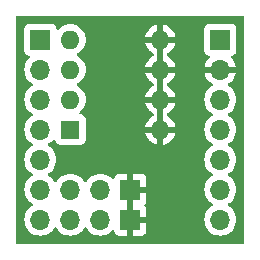
<source format=gbr>
%TF.GenerationSoftware,KiCad,Pcbnew,8.0.4*%
%TF.CreationDate,2024-07-26T21:26:35+02:00*%
%TF.ProjectId,rx_pcb,72785f70-6362-42e6-9b69-6361645f7063,rev?*%
%TF.SameCoordinates,Original*%
%TF.FileFunction,Copper,L2,Bot*%
%TF.FilePolarity,Positive*%
%FSLAX46Y46*%
G04 Gerber Fmt 4.6, Leading zero omitted, Abs format (unit mm)*
G04 Created by KiCad (PCBNEW 8.0.4) date 2024-07-26 21:26:35*
%MOMM*%
%LPD*%
G01*
G04 APERTURE LIST*
%TA.AperFunction,ComponentPad*%
%ADD10R,1.600000X1.600000*%
%TD*%
%TA.AperFunction,ComponentPad*%
%ADD11O,1.600000X1.600000*%
%TD*%
%TA.AperFunction,ComponentPad*%
%ADD12R,1.700000X1.700000*%
%TD*%
%TA.AperFunction,ComponentPad*%
%ADD13O,1.700000X1.700000*%
%TD*%
G04 APERTURE END LIST*
D10*
%TO.P,SW1,1*%
%TO.N,Net-(J1-Pin_4)*%
X121920000Y-83820000D03*
D11*
%TO.P,SW1,2*%
%TO.N,Net-(J1-Pin_3)*%
X121920000Y-81280000D03*
%TO.P,SW1,3*%
%TO.N,Net-(J1-Pin_2)*%
X121920000Y-78740000D03*
%TO.P,SW1,4*%
%TO.N,Net-(J1-Pin_1)*%
X121920000Y-76200000D03*
%TO.P,SW1,5*%
%TO.N,GND*%
X129540000Y-76200000D03*
%TO.P,SW1,6*%
X129540000Y-78740000D03*
%TO.P,SW1,7*%
X129540000Y-81280000D03*
%TO.P,SW1,8*%
X129540000Y-83820000D03*
%TD*%
D12*
%TO.P,J4,1,Pin_1*%
%TO.N,GND*%
X127000000Y-88900000D03*
D13*
%TO.P,J4,2,Pin_2*%
%TO.N,+5V*%
X124460000Y-88900000D03*
%TO.P,J4,3,Pin_3*%
%TO.N,Net-(J1-Pin_6)*%
X121920000Y-88900000D03*
%TD*%
D12*
%TO.P,J3,1,Pin_1*%
%TO.N,GND*%
X127000000Y-91440000D03*
D13*
%TO.P,J3,2,Pin_2*%
%TO.N,+5V*%
X124460000Y-91440000D03*
%TO.P,J3,3,Pin_3*%
%TO.N,Net-(J1-Pin_7)*%
X121920000Y-91440000D03*
%TD*%
D12*
%TO.P,J2,1,Pin_1*%
%TO.N,+5V*%
X134620000Y-76200000D03*
D13*
%TO.P,J2,2,Pin_2*%
%TO.N,GND*%
X134620000Y-78740000D03*
%TO.P,J2,3,Pin_3*%
%TO.N,unconnected-(J2-Pin_3-Pad3)*%
X134620000Y-81280000D03*
%TO.P,J2,4,Pin_4*%
%TO.N,unconnected-(J2-Pin_4-Pad4)*%
X134620000Y-83820000D03*
%TO.P,J2,5,Pin_5*%
%TO.N,unconnected-(J2-Pin_5-Pad5)*%
X134620000Y-86360000D03*
%TO.P,J2,6,Pin_6*%
%TO.N,unconnected-(J2-Pin_6-Pad6)*%
X134620000Y-88900000D03*
%TO.P,J2,7,Pin_7*%
%TO.N,unconnected-(J2-Pin_7-Pad7)*%
X134620000Y-91440000D03*
%TD*%
D12*
%TO.P,J1,1,Pin_1*%
%TO.N,Net-(J1-Pin_1)*%
X119380000Y-76200000D03*
D13*
%TO.P,J1,2,Pin_2*%
%TO.N,Net-(J1-Pin_2)*%
X119380000Y-78740000D03*
%TO.P,J1,3,Pin_3*%
%TO.N,Net-(J1-Pin_3)*%
X119380000Y-81280000D03*
%TO.P,J1,4,Pin_4*%
%TO.N,Net-(J1-Pin_4)*%
X119380000Y-83820000D03*
%TO.P,J1,5,Pin_5*%
%TO.N,unconnected-(J1-Pin_5-Pad5)*%
X119380000Y-86360000D03*
%TO.P,J1,6,Pin_6*%
%TO.N,Net-(J1-Pin_6)*%
X119380000Y-88900000D03*
%TO.P,J1,7,Pin_7*%
%TO.N,Net-(J1-Pin_7)*%
X119380000Y-91440000D03*
%TD*%
%TA.AperFunction,Conductor*%
%TO.N,GND*%
G36*
X127250000Y-91006988D02*
G01*
X127192993Y-90974075D01*
X127065826Y-90940000D01*
X126934174Y-90940000D01*
X126807007Y-90974075D01*
X126750000Y-91006988D01*
X126750000Y-89333012D01*
X126807007Y-89365925D01*
X126934174Y-89400000D01*
X127065826Y-89400000D01*
X127192993Y-89365925D01*
X127250000Y-89333012D01*
X127250000Y-91006988D01*
G37*
%TD.AperFunction*%
%TA.AperFunction,Conductor*%
G36*
X129790000Y-83504314D02*
G01*
X129785606Y-83499920D01*
X129694394Y-83447259D01*
X129592661Y-83420000D01*
X129487339Y-83420000D01*
X129385606Y-83447259D01*
X129294394Y-83499920D01*
X129290000Y-83504314D01*
X129290000Y-81595686D01*
X129294394Y-81600080D01*
X129385606Y-81652741D01*
X129487339Y-81680000D01*
X129592661Y-81680000D01*
X129694394Y-81652741D01*
X129785606Y-81600080D01*
X129790000Y-81595686D01*
X129790000Y-83504314D01*
G37*
%TD.AperFunction*%
%TA.AperFunction,Conductor*%
G36*
X129790000Y-80964314D02*
G01*
X129785606Y-80959920D01*
X129694394Y-80907259D01*
X129592661Y-80880000D01*
X129487339Y-80880000D01*
X129385606Y-80907259D01*
X129294394Y-80959920D01*
X129290000Y-80964314D01*
X129290000Y-79055686D01*
X129294394Y-79060080D01*
X129385606Y-79112741D01*
X129487339Y-79140000D01*
X129592661Y-79140000D01*
X129694394Y-79112741D01*
X129785606Y-79060080D01*
X129790000Y-79055686D01*
X129790000Y-80964314D01*
G37*
%TD.AperFunction*%
%TA.AperFunction,Conductor*%
G36*
X129790000Y-78424314D02*
G01*
X129785606Y-78419920D01*
X129694394Y-78367259D01*
X129592661Y-78340000D01*
X129487339Y-78340000D01*
X129385606Y-78367259D01*
X129294394Y-78419920D01*
X129290000Y-78424314D01*
X129290000Y-76515686D01*
X129294394Y-76520080D01*
X129385606Y-76572741D01*
X129487339Y-76600000D01*
X129592661Y-76600000D01*
X129694394Y-76572741D01*
X129785606Y-76520080D01*
X129790000Y-76515686D01*
X129790000Y-78424314D01*
G37*
%TD.AperFunction*%
%TA.AperFunction,Conductor*%
G36*
X136602539Y-74180185D02*
G01*
X136648294Y-74232989D01*
X136659500Y-74284500D01*
X136659500Y-93355500D01*
X136639815Y-93422539D01*
X136587011Y-93468294D01*
X136535500Y-93479500D01*
X117464500Y-93479500D01*
X117397461Y-93459815D01*
X117351706Y-93407011D01*
X117340500Y-93355500D01*
X117340500Y-78739999D01*
X118024341Y-78739999D01*
X118024341Y-78740000D01*
X118044936Y-78975403D01*
X118044938Y-78975413D01*
X118106094Y-79203655D01*
X118106096Y-79203659D01*
X118106097Y-79203663D01*
X118192075Y-79388043D01*
X118205965Y-79417830D01*
X118205967Y-79417834D01*
X118341501Y-79611395D01*
X118341506Y-79611402D01*
X118508597Y-79778493D01*
X118508603Y-79778498D01*
X118694158Y-79908425D01*
X118737783Y-79963002D01*
X118744977Y-80032500D01*
X118713454Y-80094855D01*
X118694158Y-80111575D01*
X118508597Y-80241505D01*
X118341505Y-80408597D01*
X118205965Y-80602169D01*
X118205964Y-80602171D01*
X118106098Y-80816335D01*
X118106094Y-80816344D01*
X118044938Y-81044586D01*
X118044936Y-81044596D01*
X118024341Y-81279999D01*
X118024341Y-81280000D01*
X118044936Y-81515403D01*
X118044938Y-81515413D01*
X118106094Y-81743655D01*
X118106096Y-81743659D01*
X118106097Y-81743663D01*
X118192075Y-81928043D01*
X118205965Y-81957830D01*
X118205967Y-81957834D01*
X118341501Y-82151395D01*
X118341506Y-82151402D01*
X118508597Y-82318493D01*
X118508603Y-82318498D01*
X118694158Y-82448425D01*
X118737783Y-82503002D01*
X118744977Y-82572500D01*
X118713454Y-82634855D01*
X118694158Y-82651575D01*
X118508597Y-82781505D01*
X118341505Y-82948597D01*
X118205965Y-83142169D01*
X118205964Y-83142171D01*
X118106098Y-83356335D01*
X118106094Y-83356344D01*
X118044938Y-83584586D01*
X118044936Y-83584596D01*
X118024341Y-83819999D01*
X118024341Y-83820000D01*
X118044936Y-84055403D01*
X118044938Y-84055413D01*
X118106094Y-84283655D01*
X118106096Y-84283659D01*
X118106097Y-84283663D01*
X118140499Y-84357438D01*
X118205965Y-84497830D01*
X118205967Y-84497834D01*
X118341501Y-84691395D01*
X118341506Y-84691402D01*
X118508597Y-84858493D01*
X118508603Y-84858498D01*
X118694158Y-84988425D01*
X118737783Y-85043002D01*
X118744977Y-85112500D01*
X118713454Y-85174855D01*
X118694158Y-85191575D01*
X118508597Y-85321505D01*
X118341505Y-85488597D01*
X118205965Y-85682169D01*
X118205964Y-85682171D01*
X118106098Y-85896335D01*
X118106094Y-85896344D01*
X118044938Y-86124586D01*
X118044936Y-86124596D01*
X118024341Y-86359999D01*
X118024341Y-86360000D01*
X118044936Y-86595403D01*
X118044938Y-86595413D01*
X118106094Y-86823655D01*
X118106096Y-86823659D01*
X118106097Y-86823663D01*
X118205965Y-87037830D01*
X118205967Y-87037834D01*
X118341501Y-87231395D01*
X118341506Y-87231402D01*
X118508597Y-87398493D01*
X118508603Y-87398498D01*
X118694158Y-87528425D01*
X118737783Y-87583002D01*
X118744977Y-87652500D01*
X118713454Y-87714855D01*
X118694158Y-87731575D01*
X118508597Y-87861505D01*
X118341505Y-88028597D01*
X118205965Y-88222169D01*
X118205964Y-88222171D01*
X118106098Y-88436335D01*
X118106094Y-88436344D01*
X118044938Y-88664586D01*
X118044936Y-88664596D01*
X118024341Y-88899999D01*
X118024341Y-88900000D01*
X118044936Y-89135403D01*
X118044938Y-89135413D01*
X118106094Y-89363655D01*
X118106096Y-89363659D01*
X118106097Y-89363663D01*
X118186004Y-89535023D01*
X118205965Y-89577830D01*
X118205967Y-89577834D01*
X118314281Y-89732521D01*
X118341501Y-89771396D01*
X118341506Y-89771402D01*
X118508597Y-89938493D01*
X118508603Y-89938498D01*
X118694158Y-90068425D01*
X118737783Y-90123002D01*
X118744977Y-90192500D01*
X118713454Y-90254855D01*
X118694158Y-90271575D01*
X118508597Y-90401505D01*
X118341505Y-90568597D01*
X118205965Y-90762169D01*
X118205964Y-90762171D01*
X118106098Y-90976335D01*
X118106094Y-90976344D01*
X118044938Y-91204586D01*
X118044936Y-91204596D01*
X118024341Y-91439999D01*
X118024341Y-91440000D01*
X118044936Y-91675403D01*
X118044938Y-91675413D01*
X118106094Y-91903655D01*
X118106096Y-91903659D01*
X118106097Y-91903663D01*
X118186004Y-92075023D01*
X118205965Y-92117830D01*
X118205967Y-92117834D01*
X118314281Y-92272521D01*
X118341505Y-92311401D01*
X118508599Y-92478495D01*
X118585135Y-92532086D01*
X118702165Y-92614032D01*
X118702167Y-92614033D01*
X118702170Y-92614035D01*
X118916337Y-92713903D01*
X119144592Y-92775063D01*
X119315319Y-92790000D01*
X119379999Y-92795659D01*
X119380000Y-92795659D01*
X119380001Y-92795659D01*
X119444681Y-92790000D01*
X119615408Y-92775063D01*
X119843663Y-92713903D01*
X120057830Y-92614035D01*
X120251401Y-92478495D01*
X120418495Y-92311401D01*
X120548425Y-92125842D01*
X120603002Y-92082217D01*
X120672500Y-92075023D01*
X120734855Y-92106546D01*
X120751575Y-92125842D01*
X120881500Y-92311395D01*
X120881505Y-92311401D01*
X121048599Y-92478495D01*
X121125135Y-92532086D01*
X121242165Y-92614032D01*
X121242167Y-92614033D01*
X121242170Y-92614035D01*
X121456337Y-92713903D01*
X121684592Y-92775063D01*
X121855319Y-92790000D01*
X121919999Y-92795659D01*
X121920000Y-92795659D01*
X121920001Y-92795659D01*
X121984681Y-92790000D01*
X122155408Y-92775063D01*
X122383663Y-92713903D01*
X122597830Y-92614035D01*
X122791401Y-92478495D01*
X122958495Y-92311401D01*
X123088425Y-92125842D01*
X123143002Y-92082217D01*
X123212500Y-92075023D01*
X123274855Y-92106546D01*
X123291575Y-92125842D01*
X123421500Y-92311395D01*
X123421505Y-92311401D01*
X123588599Y-92478495D01*
X123665135Y-92532086D01*
X123782165Y-92614032D01*
X123782167Y-92614033D01*
X123782170Y-92614035D01*
X123996337Y-92713903D01*
X124224592Y-92775063D01*
X124395319Y-92790000D01*
X124459999Y-92795659D01*
X124460000Y-92795659D01*
X124460001Y-92795659D01*
X124524681Y-92790000D01*
X124695408Y-92775063D01*
X124923663Y-92713903D01*
X125137830Y-92614035D01*
X125331401Y-92478495D01*
X125453717Y-92356178D01*
X125515036Y-92322696D01*
X125584728Y-92327680D01*
X125640662Y-92369551D01*
X125657577Y-92400528D01*
X125706646Y-92532088D01*
X125706649Y-92532093D01*
X125792809Y-92647187D01*
X125792812Y-92647190D01*
X125907906Y-92733350D01*
X125907913Y-92733354D01*
X126042620Y-92783596D01*
X126042627Y-92783598D01*
X126102155Y-92789999D01*
X126102172Y-92790000D01*
X126750000Y-92790000D01*
X126750000Y-91873012D01*
X126807007Y-91905925D01*
X126934174Y-91940000D01*
X127065826Y-91940000D01*
X127192993Y-91905925D01*
X127250000Y-91873012D01*
X127250000Y-92790000D01*
X127897828Y-92790000D01*
X127897844Y-92789999D01*
X127957372Y-92783598D01*
X127957379Y-92783596D01*
X128092086Y-92733354D01*
X128092093Y-92733350D01*
X128207187Y-92647190D01*
X128207190Y-92647187D01*
X128293350Y-92532093D01*
X128293354Y-92532086D01*
X128343596Y-92397379D01*
X128343598Y-92397372D01*
X128349999Y-92337844D01*
X128350000Y-92337827D01*
X128350000Y-91690000D01*
X127433012Y-91690000D01*
X127465925Y-91632993D01*
X127500000Y-91505826D01*
X127500000Y-91374174D01*
X127465925Y-91247007D01*
X127433012Y-91190000D01*
X128350000Y-91190000D01*
X128350000Y-90542172D01*
X128349999Y-90542155D01*
X128343598Y-90482627D01*
X128343596Y-90482620D01*
X128293354Y-90347913D01*
X128293352Y-90347910D01*
X128215798Y-90244312D01*
X128191380Y-90178848D01*
X128206231Y-90110574D01*
X128215798Y-90095688D01*
X128293352Y-89992089D01*
X128293354Y-89992086D01*
X128343596Y-89857379D01*
X128343598Y-89857372D01*
X128349999Y-89797844D01*
X128350000Y-89797827D01*
X128350000Y-89150000D01*
X127433012Y-89150000D01*
X127465925Y-89092993D01*
X127500000Y-88965826D01*
X127500000Y-88834174D01*
X127465925Y-88707007D01*
X127433012Y-88650000D01*
X128350000Y-88650000D01*
X128350000Y-88002172D01*
X128349999Y-88002155D01*
X128343598Y-87942627D01*
X128343596Y-87942620D01*
X128293354Y-87807913D01*
X128293350Y-87807906D01*
X128207190Y-87692812D01*
X128207187Y-87692809D01*
X128092093Y-87606649D01*
X128092086Y-87606645D01*
X127957379Y-87556403D01*
X127957372Y-87556401D01*
X127897844Y-87550000D01*
X127250000Y-87550000D01*
X127250000Y-88466988D01*
X127192993Y-88434075D01*
X127065826Y-88400000D01*
X126934174Y-88400000D01*
X126807007Y-88434075D01*
X126750000Y-88466988D01*
X126750000Y-87550000D01*
X126102155Y-87550000D01*
X126042627Y-87556401D01*
X126042620Y-87556403D01*
X125907913Y-87606645D01*
X125907906Y-87606649D01*
X125792812Y-87692809D01*
X125792809Y-87692812D01*
X125706649Y-87807906D01*
X125706645Y-87807913D01*
X125657578Y-87939470D01*
X125615707Y-87995404D01*
X125550242Y-88019821D01*
X125481969Y-88004969D01*
X125453715Y-87983819D01*
X125409366Y-87939470D01*
X125331401Y-87861505D01*
X125331397Y-87861502D01*
X125331396Y-87861501D01*
X125137834Y-87725967D01*
X125137830Y-87725965D01*
X125137828Y-87725964D01*
X124923663Y-87626097D01*
X124923659Y-87626096D01*
X124923655Y-87626094D01*
X124695413Y-87564938D01*
X124695403Y-87564936D01*
X124460001Y-87544341D01*
X124459999Y-87544341D01*
X124224596Y-87564936D01*
X124224586Y-87564938D01*
X123996344Y-87626094D01*
X123996335Y-87626098D01*
X123782171Y-87725964D01*
X123782169Y-87725965D01*
X123588597Y-87861505D01*
X123421505Y-88028597D01*
X123291575Y-88214158D01*
X123236998Y-88257783D01*
X123167500Y-88264977D01*
X123105145Y-88233454D01*
X123088425Y-88214158D01*
X122958494Y-88028597D01*
X122791402Y-87861506D01*
X122791395Y-87861501D01*
X122597834Y-87725967D01*
X122597830Y-87725965D01*
X122597828Y-87725964D01*
X122383663Y-87626097D01*
X122383659Y-87626096D01*
X122383655Y-87626094D01*
X122155413Y-87564938D01*
X122155403Y-87564936D01*
X121920001Y-87544341D01*
X121919999Y-87544341D01*
X121684596Y-87564936D01*
X121684586Y-87564938D01*
X121456344Y-87626094D01*
X121456335Y-87626098D01*
X121242171Y-87725964D01*
X121242169Y-87725965D01*
X121048597Y-87861505D01*
X120881505Y-88028597D01*
X120751575Y-88214158D01*
X120696998Y-88257783D01*
X120627500Y-88264977D01*
X120565145Y-88233454D01*
X120548425Y-88214158D01*
X120418494Y-88028597D01*
X120251402Y-87861506D01*
X120251396Y-87861501D01*
X120065842Y-87731575D01*
X120022217Y-87676998D01*
X120015023Y-87607500D01*
X120046546Y-87545145D01*
X120065842Y-87528425D01*
X120088026Y-87512891D01*
X120251401Y-87398495D01*
X120418495Y-87231401D01*
X120554035Y-87037830D01*
X120653903Y-86823663D01*
X120715063Y-86595408D01*
X120735659Y-86360000D01*
X120715063Y-86124592D01*
X120653903Y-85896337D01*
X120554035Y-85682171D01*
X120418495Y-85488599D01*
X120418494Y-85488597D01*
X120251402Y-85321506D01*
X120251396Y-85321501D01*
X120065842Y-85191575D01*
X120022217Y-85136998D01*
X120015023Y-85067500D01*
X120046546Y-85005145D01*
X120065842Y-84988425D01*
X120120527Y-84950134D01*
X120251401Y-84858495D01*
X120418495Y-84691401D01*
X120418495Y-84691400D01*
X120422323Y-84687573D01*
X120423891Y-84689141D01*
X120474136Y-84655710D01*
X120543997Y-84654600D01*
X120603368Y-84691435D01*
X120627140Y-84730784D01*
X120676202Y-84862328D01*
X120676206Y-84862335D01*
X120762452Y-84977544D01*
X120762455Y-84977547D01*
X120877664Y-85063793D01*
X120877671Y-85063797D01*
X121012517Y-85114091D01*
X121012516Y-85114091D01*
X121019444Y-85114835D01*
X121072127Y-85120500D01*
X122767872Y-85120499D01*
X122827483Y-85114091D01*
X122962331Y-85063796D01*
X123077546Y-84977546D01*
X123163796Y-84862331D01*
X123214091Y-84727483D01*
X123220500Y-84667873D01*
X123220499Y-82972128D01*
X123214091Y-82912517D01*
X123212859Y-82909215D01*
X123163797Y-82777671D01*
X123163793Y-82777664D01*
X123077547Y-82662455D01*
X123077544Y-82662452D01*
X122962335Y-82576206D01*
X122962328Y-82576202D01*
X122827482Y-82525908D01*
X122827483Y-82525908D01*
X122792404Y-82522137D01*
X122727853Y-82495399D01*
X122688005Y-82438006D01*
X122685512Y-82368181D01*
X122721165Y-82308092D01*
X122734539Y-82297272D01*
X122759140Y-82280046D01*
X122920045Y-82119141D01*
X122920047Y-82119139D01*
X123050568Y-81932734D01*
X123146739Y-81726496D01*
X123205635Y-81506692D01*
X123225468Y-81280000D01*
X123205635Y-81053308D01*
X123146739Y-80833504D01*
X123050568Y-80627266D01*
X122920047Y-80440861D01*
X122920045Y-80440858D01*
X122759141Y-80279954D01*
X122572734Y-80149432D01*
X122572728Y-80149429D01*
X122514725Y-80122382D01*
X122462285Y-80076210D01*
X122443133Y-80009017D01*
X122463348Y-79942135D01*
X122514725Y-79897618D01*
X122572734Y-79870568D01*
X122759139Y-79740047D01*
X122920047Y-79579139D01*
X123050568Y-79392734D01*
X123146739Y-79186496D01*
X123205635Y-78966692D01*
X123225468Y-78740000D01*
X123205635Y-78513308D01*
X123146739Y-78293504D01*
X123050568Y-78087266D01*
X122920047Y-77900861D01*
X122920045Y-77900858D01*
X122759141Y-77739954D01*
X122572734Y-77609432D01*
X122572728Y-77609429D01*
X122520067Y-77584873D01*
X122514724Y-77582381D01*
X122462285Y-77536210D01*
X122443133Y-77469017D01*
X122463348Y-77402135D01*
X122514725Y-77357618D01*
X122572734Y-77330568D01*
X122759139Y-77200047D01*
X122920047Y-77039139D01*
X123050568Y-76852734D01*
X123146739Y-76646496D01*
X123205635Y-76426692D01*
X123225468Y-76200000D01*
X123205635Y-75973308D01*
X123199389Y-75949999D01*
X128261127Y-75949999D01*
X128261128Y-75950000D01*
X129224314Y-75950000D01*
X129219920Y-75954394D01*
X129167259Y-76045606D01*
X129140000Y-76147339D01*
X129140000Y-76252661D01*
X129167259Y-76354394D01*
X129219920Y-76445606D01*
X129224314Y-76450000D01*
X128261128Y-76450000D01*
X128313730Y-76646317D01*
X128313734Y-76646326D01*
X128409865Y-76852482D01*
X128540342Y-77038820D01*
X128701179Y-77199657D01*
X128887517Y-77330134D01*
X128946457Y-77357618D01*
X128998896Y-77403790D01*
X129018048Y-77470984D01*
X128997832Y-77537865D01*
X128946457Y-77582382D01*
X128887517Y-77609865D01*
X128701179Y-77740342D01*
X128540342Y-77901179D01*
X128409865Y-78087517D01*
X128313734Y-78293673D01*
X128313730Y-78293682D01*
X128261127Y-78489999D01*
X128261128Y-78490000D01*
X129224314Y-78490000D01*
X129219920Y-78494394D01*
X129167259Y-78585606D01*
X129140000Y-78687339D01*
X129140000Y-78792661D01*
X129167259Y-78894394D01*
X129219920Y-78985606D01*
X129224314Y-78990000D01*
X128261128Y-78990000D01*
X128313730Y-79186317D01*
X128313734Y-79186326D01*
X128409865Y-79392482D01*
X128540342Y-79578820D01*
X128701179Y-79739657D01*
X128887517Y-79870134D01*
X128946457Y-79897618D01*
X128998896Y-79943790D01*
X129018048Y-80010984D01*
X128997832Y-80077865D01*
X128946457Y-80122382D01*
X128887517Y-80149865D01*
X128701179Y-80280342D01*
X128540342Y-80441179D01*
X128409865Y-80627517D01*
X128313734Y-80833673D01*
X128313730Y-80833682D01*
X128261127Y-81029999D01*
X128261128Y-81030000D01*
X129224314Y-81030000D01*
X129219920Y-81034394D01*
X129167259Y-81125606D01*
X129140000Y-81227339D01*
X129140000Y-81332661D01*
X129167259Y-81434394D01*
X129219920Y-81525606D01*
X129224314Y-81530000D01*
X128261128Y-81530000D01*
X128313730Y-81726317D01*
X128313734Y-81726326D01*
X128409865Y-81932482D01*
X128540342Y-82118820D01*
X128701179Y-82279657D01*
X128887517Y-82410134D01*
X128946457Y-82437618D01*
X128998896Y-82483790D01*
X129018048Y-82550984D01*
X128997832Y-82617865D01*
X128946457Y-82662382D01*
X128887517Y-82689865D01*
X128701179Y-82820342D01*
X128540342Y-82981179D01*
X128409865Y-83167517D01*
X128313734Y-83373673D01*
X128313730Y-83373682D01*
X128261127Y-83569999D01*
X128261128Y-83570000D01*
X129224314Y-83570000D01*
X129219920Y-83574394D01*
X129167259Y-83665606D01*
X129140000Y-83767339D01*
X129140000Y-83872661D01*
X129167259Y-83974394D01*
X129219920Y-84065606D01*
X129224314Y-84070000D01*
X128261128Y-84070000D01*
X128313730Y-84266317D01*
X128313734Y-84266326D01*
X128409865Y-84472482D01*
X128540342Y-84658820D01*
X128701179Y-84819657D01*
X128887517Y-84950134D01*
X129093673Y-85046265D01*
X129093682Y-85046269D01*
X129289999Y-85098872D01*
X129290000Y-85098871D01*
X129290000Y-84135686D01*
X129294394Y-84140080D01*
X129385606Y-84192741D01*
X129487339Y-84220000D01*
X129592661Y-84220000D01*
X129694394Y-84192741D01*
X129785606Y-84140080D01*
X129790000Y-84135686D01*
X129790000Y-85098872D01*
X129986317Y-85046269D01*
X129986326Y-85046265D01*
X130192482Y-84950134D01*
X130378820Y-84819657D01*
X130539657Y-84658820D01*
X130670134Y-84472482D01*
X130766265Y-84266326D01*
X130766269Y-84266317D01*
X130818872Y-84070000D01*
X129855686Y-84070000D01*
X129860080Y-84065606D01*
X129912741Y-83974394D01*
X129940000Y-83872661D01*
X129940000Y-83767339D01*
X129912741Y-83665606D01*
X129860080Y-83574394D01*
X129855686Y-83570000D01*
X130818872Y-83570000D01*
X130818872Y-83569999D01*
X130766269Y-83373682D01*
X130766265Y-83373673D01*
X130670134Y-83167517D01*
X130539657Y-82981179D01*
X130378820Y-82820342D01*
X130192481Y-82689865D01*
X130192479Y-82689864D01*
X130133543Y-82662382D01*
X130081103Y-82616210D01*
X130061951Y-82549017D01*
X130082166Y-82482136D01*
X130133543Y-82437618D01*
X130192479Y-82410135D01*
X130192481Y-82410134D01*
X130378820Y-82279657D01*
X130539657Y-82118820D01*
X130670134Y-81932482D01*
X130766265Y-81726326D01*
X130766269Y-81726317D01*
X130818872Y-81530000D01*
X129855686Y-81530000D01*
X129860080Y-81525606D01*
X129912741Y-81434394D01*
X129940000Y-81332661D01*
X129940000Y-81279999D01*
X133264341Y-81279999D01*
X133264341Y-81280000D01*
X133284936Y-81515403D01*
X133284938Y-81515413D01*
X133346094Y-81743655D01*
X133346096Y-81743659D01*
X133346097Y-81743663D01*
X133432075Y-81928043D01*
X133445965Y-81957830D01*
X133445967Y-81957834D01*
X133581501Y-82151395D01*
X133581506Y-82151402D01*
X133748597Y-82318493D01*
X133748603Y-82318498D01*
X133934158Y-82448425D01*
X133977783Y-82503002D01*
X133984977Y-82572500D01*
X133953454Y-82634855D01*
X133934158Y-82651575D01*
X133748597Y-82781505D01*
X133581505Y-82948597D01*
X133445965Y-83142169D01*
X133445964Y-83142171D01*
X133346098Y-83356335D01*
X133346094Y-83356344D01*
X133284938Y-83584586D01*
X133284936Y-83584596D01*
X133264341Y-83819999D01*
X133264341Y-83820000D01*
X133284936Y-84055403D01*
X133284938Y-84055413D01*
X133346094Y-84283655D01*
X133346096Y-84283659D01*
X133346097Y-84283663D01*
X133380499Y-84357438D01*
X133445965Y-84497830D01*
X133445967Y-84497834D01*
X133581501Y-84691395D01*
X133581506Y-84691402D01*
X133748597Y-84858493D01*
X133748603Y-84858498D01*
X133934158Y-84988425D01*
X133977783Y-85043002D01*
X133984977Y-85112500D01*
X133953454Y-85174855D01*
X133934158Y-85191575D01*
X133748597Y-85321505D01*
X133581505Y-85488597D01*
X133445965Y-85682169D01*
X133445964Y-85682171D01*
X133346098Y-85896335D01*
X133346094Y-85896344D01*
X133284938Y-86124586D01*
X133284936Y-86124596D01*
X133264341Y-86359999D01*
X133264341Y-86360000D01*
X133284936Y-86595403D01*
X133284938Y-86595413D01*
X133346094Y-86823655D01*
X133346096Y-86823659D01*
X133346097Y-86823663D01*
X133445965Y-87037830D01*
X133445967Y-87037834D01*
X133581501Y-87231395D01*
X133581506Y-87231402D01*
X133748597Y-87398493D01*
X133748603Y-87398498D01*
X133934158Y-87528425D01*
X133977783Y-87583002D01*
X133984977Y-87652500D01*
X133953454Y-87714855D01*
X133934158Y-87731575D01*
X133748597Y-87861505D01*
X133581505Y-88028597D01*
X133445965Y-88222169D01*
X133445964Y-88222171D01*
X133346098Y-88436335D01*
X133346094Y-88436344D01*
X133284938Y-88664586D01*
X133284936Y-88664596D01*
X133264341Y-88899999D01*
X133264341Y-88900000D01*
X133284936Y-89135403D01*
X133284938Y-89135413D01*
X133346094Y-89363655D01*
X133346096Y-89363659D01*
X133346097Y-89363663D01*
X133426004Y-89535023D01*
X133445965Y-89577830D01*
X133445967Y-89577834D01*
X133554281Y-89732521D01*
X133581501Y-89771396D01*
X133581506Y-89771402D01*
X133748597Y-89938493D01*
X133748603Y-89938498D01*
X133934158Y-90068425D01*
X133977783Y-90123002D01*
X133984977Y-90192500D01*
X133953454Y-90254855D01*
X133934158Y-90271575D01*
X133748597Y-90401505D01*
X133581505Y-90568597D01*
X133445965Y-90762169D01*
X133445964Y-90762171D01*
X133346098Y-90976335D01*
X133346094Y-90976344D01*
X133284938Y-91204586D01*
X133284936Y-91204596D01*
X133264341Y-91439999D01*
X133264341Y-91440000D01*
X133284936Y-91675403D01*
X133284938Y-91675413D01*
X133346094Y-91903655D01*
X133346096Y-91903659D01*
X133346097Y-91903663D01*
X133426004Y-92075023D01*
X133445965Y-92117830D01*
X133445967Y-92117834D01*
X133554281Y-92272521D01*
X133581505Y-92311401D01*
X133748599Y-92478495D01*
X133825135Y-92532086D01*
X133942165Y-92614032D01*
X133942167Y-92614033D01*
X133942170Y-92614035D01*
X134156337Y-92713903D01*
X134384592Y-92775063D01*
X134555319Y-92790000D01*
X134619999Y-92795659D01*
X134620000Y-92795659D01*
X134620001Y-92795659D01*
X134684681Y-92790000D01*
X134855408Y-92775063D01*
X135083663Y-92713903D01*
X135297830Y-92614035D01*
X135491401Y-92478495D01*
X135658495Y-92311401D01*
X135794035Y-92117830D01*
X135893903Y-91903663D01*
X135955063Y-91675408D01*
X135975659Y-91440000D01*
X135955063Y-91204592D01*
X135893903Y-90976337D01*
X135794035Y-90762171D01*
X135788425Y-90754158D01*
X135658494Y-90568597D01*
X135491402Y-90401506D01*
X135491396Y-90401501D01*
X135305842Y-90271575D01*
X135262217Y-90216998D01*
X135255023Y-90147500D01*
X135286546Y-90085145D01*
X135305842Y-90068425D01*
X135414865Y-89992086D01*
X135491401Y-89938495D01*
X135658495Y-89771401D01*
X135794035Y-89577830D01*
X135893903Y-89363663D01*
X135955063Y-89135408D01*
X135975659Y-88900000D01*
X135955063Y-88664592D01*
X135893903Y-88436337D01*
X135794035Y-88222171D01*
X135788425Y-88214158D01*
X135658494Y-88028597D01*
X135491402Y-87861506D01*
X135491396Y-87861501D01*
X135305842Y-87731575D01*
X135262217Y-87676998D01*
X135255023Y-87607500D01*
X135286546Y-87545145D01*
X135305842Y-87528425D01*
X135328026Y-87512891D01*
X135491401Y-87398495D01*
X135658495Y-87231401D01*
X135794035Y-87037830D01*
X135893903Y-86823663D01*
X135955063Y-86595408D01*
X135975659Y-86360000D01*
X135955063Y-86124592D01*
X135893903Y-85896337D01*
X135794035Y-85682171D01*
X135658495Y-85488599D01*
X135658494Y-85488597D01*
X135491402Y-85321506D01*
X135491396Y-85321501D01*
X135305842Y-85191575D01*
X135262217Y-85136998D01*
X135255023Y-85067500D01*
X135286546Y-85005145D01*
X135305842Y-84988425D01*
X135360527Y-84950134D01*
X135491401Y-84858495D01*
X135658495Y-84691401D01*
X135794035Y-84497830D01*
X135893903Y-84283663D01*
X135955063Y-84055408D01*
X135975659Y-83820000D01*
X135955063Y-83584592D01*
X135893903Y-83356337D01*
X135794035Y-83142171D01*
X135687181Y-82989566D01*
X135658494Y-82948597D01*
X135491402Y-82781506D01*
X135491396Y-82781501D01*
X135305842Y-82651575D01*
X135262217Y-82596998D01*
X135255023Y-82527500D01*
X135286546Y-82465145D01*
X135305842Y-82448425D01*
X135359907Y-82410568D01*
X135491401Y-82318495D01*
X135658495Y-82151401D01*
X135794035Y-81957830D01*
X135893903Y-81743663D01*
X135955063Y-81515408D01*
X135975659Y-81280000D01*
X135955063Y-81044592D01*
X135893903Y-80816337D01*
X135794035Y-80602171D01*
X135794033Y-80602167D01*
X135658494Y-80408597D01*
X135491402Y-80241506D01*
X135491401Y-80241505D01*
X135305405Y-80111269D01*
X135261781Y-80056692D01*
X135254588Y-79987193D01*
X135286110Y-79924839D01*
X135305405Y-79908119D01*
X135491082Y-79778105D01*
X135658105Y-79611082D01*
X135793600Y-79417578D01*
X135893429Y-79203492D01*
X135893432Y-79203486D01*
X135950636Y-78990000D01*
X135053012Y-78990000D01*
X135085925Y-78932993D01*
X135120000Y-78805826D01*
X135120000Y-78674174D01*
X135085925Y-78547007D01*
X135053012Y-78490000D01*
X135950636Y-78490000D01*
X135950635Y-78489999D01*
X135893432Y-78276513D01*
X135893429Y-78276507D01*
X135793600Y-78062422D01*
X135793599Y-78062420D01*
X135658113Y-77868926D01*
X135658108Y-77868920D01*
X135536053Y-77746865D01*
X135502568Y-77685542D01*
X135507552Y-77615850D01*
X135549424Y-77559917D01*
X135580400Y-77543002D01*
X135712331Y-77493796D01*
X135827546Y-77407546D01*
X135913796Y-77292331D01*
X135964091Y-77157483D01*
X135970500Y-77097873D01*
X135970499Y-75302128D01*
X135964091Y-75242517D01*
X135913796Y-75107669D01*
X135913795Y-75107668D01*
X135913793Y-75107664D01*
X135827547Y-74992455D01*
X135827544Y-74992452D01*
X135712335Y-74906206D01*
X135712328Y-74906202D01*
X135577482Y-74855908D01*
X135577483Y-74855908D01*
X135517883Y-74849501D01*
X135517881Y-74849500D01*
X135517873Y-74849500D01*
X135517864Y-74849500D01*
X133722129Y-74849500D01*
X133722123Y-74849501D01*
X133662516Y-74855908D01*
X133527671Y-74906202D01*
X133527664Y-74906206D01*
X133412455Y-74992452D01*
X133412452Y-74992455D01*
X133326206Y-75107664D01*
X133326202Y-75107671D01*
X133275908Y-75242517D01*
X133269501Y-75302116D01*
X133269501Y-75302123D01*
X133269500Y-75302135D01*
X133269500Y-77097870D01*
X133269501Y-77097876D01*
X133275908Y-77157483D01*
X133326202Y-77292328D01*
X133326206Y-77292335D01*
X133412452Y-77407544D01*
X133412455Y-77407547D01*
X133527664Y-77493793D01*
X133527671Y-77493797D01*
X133527674Y-77493798D01*
X133659598Y-77543002D01*
X133715531Y-77584873D01*
X133739949Y-77650337D01*
X133725098Y-77718610D01*
X133703947Y-77746865D01*
X133581886Y-77868926D01*
X133446400Y-78062420D01*
X133446399Y-78062422D01*
X133346570Y-78276507D01*
X133346567Y-78276513D01*
X133289364Y-78489999D01*
X133289364Y-78490000D01*
X134186988Y-78490000D01*
X134154075Y-78547007D01*
X134120000Y-78674174D01*
X134120000Y-78805826D01*
X134154075Y-78932993D01*
X134186988Y-78990000D01*
X133289364Y-78990000D01*
X133346567Y-79203486D01*
X133346570Y-79203492D01*
X133446399Y-79417578D01*
X133581894Y-79611082D01*
X133748917Y-79778105D01*
X133934595Y-79908119D01*
X133978219Y-79962696D01*
X133985412Y-80032195D01*
X133953890Y-80094549D01*
X133934595Y-80111269D01*
X133748594Y-80241508D01*
X133581505Y-80408597D01*
X133445965Y-80602169D01*
X133445964Y-80602171D01*
X133346098Y-80816335D01*
X133346094Y-80816344D01*
X133284938Y-81044586D01*
X133284936Y-81044596D01*
X133264341Y-81279999D01*
X129940000Y-81279999D01*
X129940000Y-81227339D01*
X129912741Y-81125606D01*
X129860080Y-81034394D01*
X129855686Y-81030000D01*
X130818872Y-81030000D01*
X130818872Y-81029999D01*
X130766269Y-80833682D01*
X130766265Y-80833673D01*
X130670134Y-80627517D01*
X130539657Y-80441179D01*
X130378820Y-80280342D01*
X130192481Y-80149865D01*
X130192479Y-80149864D01*
X130133543Y-80122382D01*
X130081103Y-80076210D01*
X130061951Y-80009017D01*
X130082166Y-79942136D01*
X130133543Y-79897618D01*
X130192479Y-79870135D01*
X130192481Y-79870134D01*
X130378820Y-79739657D01*
X130539657Y-79578820D01*
X130670134Y-79392482D01*
X130766265Y-79186326D01*
X130766269Y-79186317D01*
X130818872Y-78990000D01*
X129855686Y-78990000D01*
X129860080Y-78985606D01*
X129912741Y-78894394D01*
X129940000Y-78792661D01*
X129940000Y-78687339D01*
X129912741Y-78585606D01*
X129860080Y-78494394D01*
X129855686Y-78490000D01*
X130818872Y-78490000D01*
X130818872Y-78489999D01*
X130766269Y-78293682D01*
X130766265Y-78293673D01*
X130670134Y-78087517D01*
X130539657Y-77901179D01*
X130378820Y-77740342D01*
X130192481Y-77609865D01*
X130192479Y-77609864D01*
X130133543Y-77582382D01*
X130081103Y-77536210D01*
X130061951Y-77469017D01*
X130082166Y-77402136D01*
X130133543Y-77357618D01*
X130192479Y-77330135D01*
X130192481Y-77330134D01*
X130378820Y-77199657D01*
X130539657Y-77038820D01*
X130670134Y-76852482D01*
X130766265Y-76646326D01*
X130766269Y-76646317D01*
X130818872Y-76450000D01*
X129855686Y-76450000D01*
X129860080Y-76445606D01*
X129912741Y-76354394D01*
X129940000Y-76252661D01*
X129940000Y-76147339D01*
X129912741Y-76045606D01*
X129860080Y-75954394D01*
X129855686Y-75950000D01*
X130818872Y-75950000D01*
X130818872Y-75949999D01*
X130766269Y-75753682D01*
X130766265Y-75753673D01*
X130670134Y-75547517D01*
X130539657Y-75361179D01*
X130378820Y-75200342D01*
X130192482Y-75069865D01*
X129986328Y-74973734D01*
X129790000Y-74921127D01*
X129790000Y-75884314D01*
X129785606Y-75879920D01*
X129694394Y-75827259D01*
X129592661Y-75800000D01*
X129487339Y-75800000D01*
X129385606Y-75827259D01*
X129294394Y-75879920D01*
X129290000Y-75884314D01*
X129290000Y-74921127D01*
X129093671Y-74973734D01*
X128887517Y-75069865D01*
X128701179Y-75200342D01*
X128540342Y-75361179D01*
X128409865Y-75547517D01*
X128313734Y-75753673D01*
X128313730Y-75753682D01*
X128261127Y-75949999D01*
X123199389Y-75949999D01*
X123146739Y-75753504D01*
X123050568Y-75547266D01*
X122920047Y-75360861D01*
X122920045Y-75360858D01*
X122759141Y-75199954D01*
X122572734Y-75069432D01*
X122572732Y-75069431D01*
X122366497Y-74973261D01*
X122366488Y-74973258D01*
X122146697Y-74914366D01*
X122146693Y-74914365D01*
X122146692Y-74914365D01*
X122146691Y-74914364D01*
X122146686Y-74914364D01*
X121920002Y-74894532D01*
X121919998Y-74894532D01*
X121693313Y-74914364D01*
X121693302Y-74914366D01*
X121473511Y-74973258D01*
X121473502Y-74973261D01*
X121267267Y-75069431D01*
X121267265Y-75069432D01*
X121080862Y-75199951D01*
X120937858Y-75342955D01*
X120876535Y-75376439D01*
X120806843Y-75371455D01*
X120750910Y-75329583D01*
X120726887Y-75268526D01*
X120724091Y-75242516D01*
X120673797Y-75107671D01*
X120673793Y-75107664D01*
X120587547Y-74992455D01*
X120587544Y-74992452D01*
X120472335Y-74906206D01*
X120472328Y-74906202D01*
X120337482Y-74855908D01*
X120337483Y-74855908D01*
X120277883Y-74849501D01*
X120277881Y-74849500D01*
X120277873Y-74849500D01*
X120277864Y-74849500D01*
X118482129Y-74849500D01*
X118482123Y-74849501D01*
X118422516Y-74855908D01*
X118287671Y-74906202D01*
X118287664Y-74906206D01*
X118172455Y-74992452D01*
X118172452Y-74992455D01*
X118086206Y-75107664D01*
X118086202Y-75107671D01*
X118035908Y-75242517D01*
X118029501Y-75302116D01*
X118029501Y-75302123D01*
X118029500Y-75302135D01*
X118029500Y-77097870D01*
X118029501Y-77097876D01*
X118035908Y-77157483D01*
X118086202Y-77292328D01*
X118086206Y-77292335D01*
X118172452Y-77407544D01*
X118172455Y-77407547D01*
X118287664Y-77493793D01*
X118287671Y-77493797D01*
X118419081Y-77542810D01*
X118475015Y-77584681D01*
X118499432Y-77650145D01*
X118484580Y-77718418D01*
X118463430Y-77746673D01*
X118341503Y-77868600D01*
X118205965Y-78062169D01*
X118205964Y-78062171D01*
X118106098Y-78276335D01*
X118106094Y-78276344D01*
X118044938Y-78504586D01*
X118044936Y-78504596D01*
X118024341Y-78739999D01*
X117340500Y-78739999D01*
X117340500Y-74284500D01*
X117360185Y-74217461D01*
X117412989Y-74171706D01*
X117464500Y-74160500D01*
X136535500Y-74160500D01*
X136602539Y-74180185D01*
G37*
%TD.AperFunction*%
%TD*%
M02*

</source>
